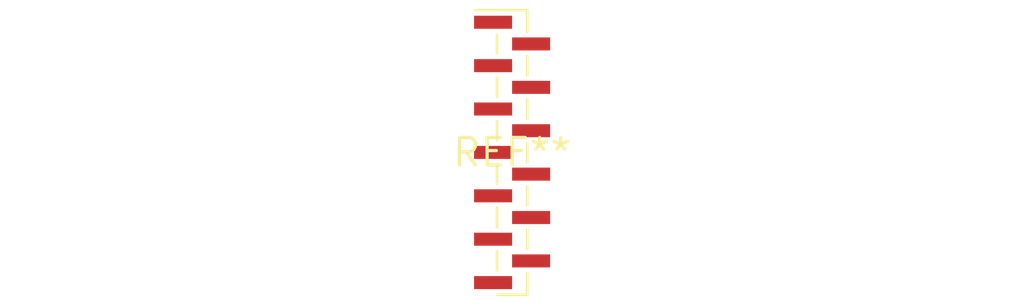
<source format=kicad_pcb>
(kicad_pcb (version 20240108) (generator pcbnew)
  (layers (0 "F.Cu" signal) (31 "B.Cu" signal) (34 "B.Paste" user) (35 "F.Paste" user) (36 "B.SilkS" user "B.Silkscreen") (37 "F.SilkS" user "F.Silkscreen") (38 "B.Mask" user) (39 "F.Mask" user) (44 "Edge.Cuts" user))
  (net 0 "")
  (footprint "PinHeader_1x13_P1.00mm_Vertical_SMD_Pin1Left" (layer "F.Cu") (at 0 0)
    (property "Reference" "REF**")
    (property "Value" "PinHeader_1x13_P1.00mm_Vertical_SMD_Pin1Left")
    (fp_line (start -0.695 -6.56) (end -1.69 -6.56) (layer "F.SilkS") (stroke (width 0.12)))
    (fp_line (start -0.695 -6.56) (end -0.695 -6.56) (layer "F.SilkS") (stroke (width 0.12)))
    (fp_line (start -0.695 -6.56) (end 0.695 -6.56) (layer "F.SilkS") (stroke (width 0.12)))
    (fp_line (start -0.695 -5.44) (end -0.695 -4.56) (layer "F.SilkS") (stroke (width 0.12)))
    (fp_line (start -0.695 -3.44) (end -0.695 -2.56) (layer "F.SilkS") (stroke (width 0.12)))
    (fp_line (start -0.695 -1.44) (end -0.695 -0.56) (layer "F.SilkS") (stroke (width 0.12)))
    (fp_line (start -0.695 0.56) (end -0.695 1.44) (layer "F.SilkS") (stroke (width 0.12)))
    (fp_line (start -0.695 2.56) (end -0.695 3.44) (layer "F.SilkS") (stroke (width 0.12)))
    (fp_line (start -0.695 4.56) (end -0.695 5.44) (layer "F.SilkS") (stroke (width 0.12)))
    (fp_line (start -0.695 6.56) (end 0.695 6.56) (layer "F.SilkS") (stroke (width 0.12)))
    (fp_line (start 0.695 -6.56) (end 0.695 -5.56) (layer "F.SilkS") (stroke (width 0.12)))
    (fp_line (start 0.695 -4.44) (end 0.695 -3.56) (layer "F.SilkS") (stroke (width 0.12)))
    (fp_line (start 0.695 -2.44) (end 0.695 -1.56) (layer "F.SilkS") (stroke (width 0.12)))
    (fp_line (start 0.695 -0.44) (end 0.695 0.44) (layer "F.SilkS") (stroke (width 0.12)))
    (fp_line (start 0.695 1.56) (end 0.695 2.44) (layer "F.SilkS") (stroke (width 0.12)))
    (fp_line (start 0.695 3.56) (end 0.695 4.44) (layer "F.SilkS") (stroke (width 0.12)))
    (fp_line (start 0.695 5.56) (end 0.695 6.56) (layer "F.SilkS") (stroke (width 0.12)))
    (fp_line (start 0.695 6.56) (end 0.695 6.56) (layer "F.SilkS") (stroke (width 0.12)))
    (pad "1" smd rect (at -0.875 -6) (size 1.75 0.6) (layers "F.Cu" "F.Paste" "F.Mask"))
    (pad "2" smd rect (at 0.875 -5) (size 1.75 0.6) (layers "F.Cu" "F.Paste" "F.Mask"))
    (pad "3" smd rect (at -0.875 -4) (size 1.75 0.6) (layers "F.Cu" "F.Paste" "F.Mask"))
    (pad "4" smd rect (at 0.875 -3) (size 1.75 0.6) (layers "F.Cu" "F.Paste" "F.Mask"))
    (pad "5" smd rect (at -0.875 -2) (size 1.75 0.6) (layers "F.Cu" "F.Paste" "F.Mask"))
    (pad "6" smd rect (at 0.875 -1) (size 1.75 0.6) (layers "F.Cu" "F.Paste" "F.Mask"))
    (pad "7" smd rect (at -0.875 0) (size 1.75 0.6) (layers "F.Cu" "F.Paste" "F.Mask"))
    (pad "8" smd rect (at 0.875 1) (size 1.75 0.6) (layers "F.Cu" "F.Paste" "F.Mask"))
    (pad "9" smd rect (at -0.875 2) (size 1.75 0.6) (layers "F.Cu" "F.Paste" "F.Mask"))
    (pad "10" smd rect (at 0.875 3) (size 1.75 0.6) (layers "F.Cu" "F.Paste" "F.Mask"))
    (pad "11" smd rect (at -0.875 4) (size 1.75 0.6) (layers "F.Cu" "F.Paste" "F.Mask"))
    (pad "12" smd rect (at 0.875 5) (size 1.75 0.6) (layers "F.Cu" "F.Paste" "F.Mask"))
    (pad "13" smd rect (at -0.875 6) (size 1.75 0.6) (layers "F.Cu" "F.Paste" "F.Mask"))
  )
)
</source>
